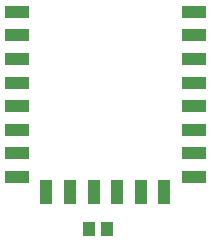
<source format=gtp>
G04 Layer_Color=7318015*
%FSLAX25Y25*%
%MOIN*%
G70*
G01*
G75*
%ADD10R,0.03937X0.05118*%
%ADD11R,0.07874X0.03937*%
%ADD12R,0.03937X0.07874*%
D10*
X156047Y413500D02*
D03*
X161953D02*
D03*
D11*
X131972Y485780D02*
D03*
Y477906D02*
D03*
Y470032D02*
D03*
Y462158D02*
D03*
Y454283D02*
D03*
Y446409D02*
D03*
Y438535D02*
D03*
Y430661D02*
D03*
X191028D02*
D03*
Y438535D02*
D03*
Y446409D02*
D03*
Y454283D02*
D03*
Y462158D02*
D03*
Y470032D02*
D03*
Y477906D02*
D03*
Y485780D02*
D03*
D12*
X141815Y425543D02*
D03*
X149689D02*
D03*
X157563D02*
D03*
X165437D02*
D03*
X173311D02*
D03*
X181185D02*
D03*
M02*

</source>
